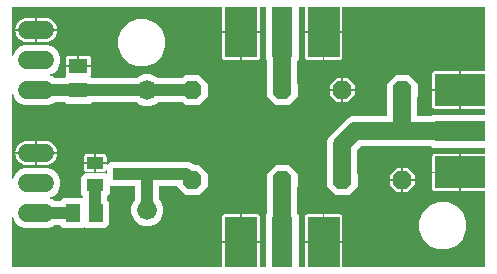
<source format=gbr>
G04 EAGLE Gerber RS-274X export*
G75*
%MOMM*%
%FSLAX34Y34*%
%LPD*%
%INBottom Copper*%
%IPPOS*%
%AMOC8*
5,1,8,0,0,1.08239X$1,22.5*%
G01*
%ADD10C,1.676400*%
%ADD11R,1.400000X1.000000*%
%ADD12R,1.300000X1.500000*%
%ADD13R,1.600000X1.300000*%
%ADD14C,1.524000*%
%ADD15R,1.778000X4.191000*%
%ADD16R,2.667000X4.191000*%
%ADD17R,4.191000X1.778000*%
%ADD18R,4.191000X2.667000*%
%ADD19P,1.731824X8X202.500000*%
%ADD20P,1.731824X8X22.500000*%
%ADD21C,1.000000*%
%ADD22C,1.500000*%

G36*
X177448Y-369D02*
X177448Y-369D01*
X177499Y-367D01*
X177531Y-349D01*
X177567Y-341D01*
X177606Y-308D01*
X177651Y-284D01*
X177672Y-254D01*
X177700Y-231D01*
X177721Y-184D01*
X177751Y-142D01*
X177759Y-100D01*
X177771Y-72D01*
X177770Y-42D01*
X177778Y0D01*
X177778Y20393D01*
X193273Y20393D01*
X193323Y20404D01*
X193374Y20406D01*
X193406Y20424D01*
X193442Y20432D01*
X193481Y20465D01*
X193526Y20489D01*
X193547Y20519D01*
X193575Y20542D01*
X193596Y20589D01*
X193626Y20631D01*
X193634Y20673D01*
X193646Y20701D01*
X193645Y20731D01*
X193653Y20773D01*
X193653Y21155D01*
X193655Y21155D01*
X193655Y20773D01*
X193666Y20723D01*
X193668Y20672D01*
X193686Y20640D01*
X193694Y20604D01*
X193727Y20565D01*
X193751Y20520D01*
X193781Y20499D01*
X193805Y20471D01*
X193851Y20450D01*
X193893Y20420D01*
X193935Y20412D01*
X193963Y20400D01*
X193993Y20401D01*
X194035Y20393D01*
X209530Y20393D01*
X209530Y0D01*
X209541Y-50D01*
X209543Y-101D01*
X209561Y-133D01*
X209569Y-169D01*
X209602Y-208D01*
X209626Y-253D01*
X209656Y-274D01*
X209679Y-302D01*
X209726Y-323D01*
X209768Y-353D01*
X209810Y-361D01*
X209838Y-373D01*
X209868Y-372D01*
X209910Y-380D01*
X214249Y-380D01*
X214299Y-369D01*
X214350Y-367D01*
X214382Y-349D01*
X214418Y-341D01*
X214457Y-308D01*
X214502Y-284D01*
X214523Y-254D01*
X214551Y-231D01*
X214572Y-184D01*
X214602Y-142D01*
X214610Y-100D01*
X214622Y-72D01*
X214621Y-42D01*
X214629Y0D01*
X214629Y44214D01*
X215908Y45492D01*
X215948Y45557D01*
X215992Y45619D01*
X215994Y45631D01*
X215999Y45639D01*
X216003Y45676D01*
X216019Y45761D01*
X216019Y67584D01*
X216002Y67658D01*
X215989Y67733D01*
X215982Y67743D01*
X215980Y67753D01*
X215956Y67782D01*
X215908Y67853D01*
X215519Y68242D01*
X215519Y79078D01*
X223182Y86741D01*
X234018Y86741D01*
X241681Y79078D01*
X241681Y68242D01*
X241292Y67853D01*
X241252Y67789D01*
X241208Y67727D01*
X241206Y67714D01*
X241201Y67706D01*
X241197Y67669D01*
X241181Y67584D01*
X241181Y45761D01*
X241198Y45687D01*
X241211Y45612D01*
X241218Y45602D01*
X241220Y45592D01*
X241244Y45563D01*
X241292Y45492D01*
X242571Y44214D01*
X242571Y0D01*
X242582Y-50D01*
X242584Y-101D01*
X242602Y-133D01*
X242610Y-169D01*
X242643Y-208D01*
X242667Y-253D01*
X242697Y-274D01*
X242720Y-302D01*
X242767Y-323D01*
X242809Y-353D01*
X242851Y-361D01*
X242879Y-373D01*
X242909Y-372D01*
X242951Y-380D01*
X247290Y-380D01*
X247340Y-369D01*
X247391Y-367D01*
X247423Y-349D01*
X247459Y-341D01*
X247498Y-308D01*
X247543Y-284D01*
X247564Y-254D01*
X247592Y-231D01*
X247613Y-184D01*
X247643Y-142D01*
X247651Y-100D01*
X247663Y-72D01*
X247662Y-42D01*
X247670Y0D01*
X247670Y20393D01*
X263165Y20393D01*
X263215Y20404D01*
X263266Y20406D01*
X263298Y20424D01*
X263334Y20432D01*
X263373Y20465D01*
X263418Y20489D01*
X263439Y20519D01*
X263467Y20542D01*
X263488Y20589D01*
X263518Y20631D01*
X263526Y20673D01*
X263538Y20701D01*
X263537Y20731D01*
X263545Y20773D01*
X263545Y21155D01*
X263547Y21155D01*
X263547Y20773D01*
X263558Y20723D01*
X263560Y20672D01*
X263578Y20640D01*
X263586Y20604D01*
X263619Y20565D01*
X263643Y20520D01*
X263673Y20499D01*
X263697Y20471D01*
X263743Y20450D01*
X263785Y20420D01*
X263827Y20412D01*
X263855Y20400D01*
X263885Y20401D01*
X263927Y20393D01*
X279422Y20393D01*
X279422Y0D01*
X279433Y-50D01*
X279435Y-101D01*
X279453Y-133D01*
X279461Y-169D01*
X279494Y-208D01*
X279518Y-253D01*
X279548Y-274D01*
X279571Y-302D01*
X279618Y-323D01*
X279660Y-353D01*
X279702Y-361D01*
X279730Y-373D01*
X279760Y-372D01*
X279802Y-380D01*
X400000Y-380D01*
X400050Y-369D01*
X400101Y-367D01*
X400133Y-349D01*
X400169Y-341D01*
X400208Y-308D01*
X400253Y-284D01*
X400274Y-254D01*
X400302Y-231D01*
X400323Y-184D01*
X400353Y-142D01*
X400361Y-100D01*
X400373Y-72D01*
X400372Y-42D01*
X400380Y0D01*
X400380Y63798D01*
X400369Y63848D01*
X400367Y63899D01*
X400349Y63931D01*
X400341Y63967D01*
X400308Y64006D01*
X400284Y64051D01*
X400254Y64072D01*
X400231Y64100D01*
X400184Y64121D01*
X400142Y64151D01*
X400100Y64159D01*
X400072Y64171D01*
X400042Y64170D01*
X400000Y64178D01*
X379607Y64178D01*
X379607Y79673D01*
X379596Y79723D01*
X379594Y79774D01*
X379576Y79806D01*
X379568Y79842D01*
X379535Y79881D01*
X379511Y79926D01*
X379481Y79947D01*
X379457Y79975D01*
X379411Y79996D01*
X379369Y80026D01*
X379327Y80034D01*
X379299Y80046D01*
X379269Y80045D01*
X379227Y80053D01*
X378845Y80053D01*
X378845Y80055D01*
X379227Y80055D01*
X379277Y80066D01*
X379328Y80068D01*
X379360Y80086D01*
X379396Y80094D01*
X379435Y80127D01*
X379480Y80151D01*
X379501Y80181D01*
X379529Y80205D01*
X379550Y80251D01*
X379580Y80293D01*
X379588Y80335D01*
X379600Y80363D01*
X379599Y80393D01*
X379607Y80435D01*
X379607Y95930D01*
X400000Y95930D01*
X400050Y95941D01*
X400101Y95943D01*
X400133Y95961D01*
X400169Y95969D01*
X400208Y96002D01*
X400253Y96026D01*
X400274Y96056D01*
X400302Y96079D01*
X400323Y96126D01*
X400353Y96168D01*
X400361Y96210D01*
X400373Y96238D01*
X400372Y96268D01*
X400380Y96310D01*
X400380Y100649D01*
X400369Y100699D01*
X400367Y100750D01*
X400349Y100782D01*
X400341Y100818D01*
X400308Y100857D01*
X400284Y100902D01*
X400254Y100923D01*
X400231Y100951D01*
X400184Y100972D01*
X400142Y101002D01*
X400100Y101010D01*
X400072Y101022D01*
X400042Y101021D01*
X400000Y101029D01*
X355786Y101029D01*
X354508Y102308D01*
X354443Y102348D01*
X354381Y102392D01*
X354369Y102394D01*
X354361Y102399D01*
X354324Y102403D01*
X354239Y102419D01*
X295629Y102419D01*
X295555Y102402D01*
X295480Y102389D01*
X295470Y102382D01*
X295460Y102380D01*
X295431Y102356D01*
X295360Y102308D01*
X292092Y99040D01*
X292052Y98976D01*
X292008Y98914D01*
X292006Y98902D01*
X292001Y98893D01*
X291997Y98856D01*
X291981Y98771D01*
X291981Y79736D01*
X291998Y79662D01*
X292011Y79587D01*
X292018Y79577D01*
X292020Y79567D01*
X292044Y79538D01*
X292092Y79467D01*
X292481Y79078D01*
X292481Y68242D01*
X284818Y60579D01*
X273982Y60579D01*
X266319Y68242D01*
X266319Y79078D01*
X266708Y79467D01*
X266748Y79531D01*
X266792Y79593D01*
X266794Y79606D01*
X266799Y79614D01*
X266803Y79651D01*
X266819Y79736D01*
X266819Y106642D01*
X268735Y111266D01*
X283134Y125665D01*
X287758Y127581D01*
X317239Y127581D01*
X317289Y127592D01*
X317340Y127594D01*
X317372Y127612D01*
X317408Y127620D01*
X317447Y127653D01*
X317492Y127677D01*
X317513Y127707D01*
X317541Y127730D01*
X317562Y127777D01*
X317592Y127819D01*
X317600Y127861D01*
X317612Y127889D01*
X317611Y127919D01*
X317619Y127961D01*
X317619Y143784D01*
X317602Y143858D01*
X317589Y143933D01*
X317582Y143943D01*
X317580Y143953D01*
X317556Y143982D01*
X317508Y144053D01*
X317119Y144442D01*
X317119Y155278D01*
X324782Y162941D01*
X335618Y162941D01*
X343281Y155278D01*
X343281Y144442D01*
X342892Y144053D01*
X342852Y143989D01*
X342808Y143927D01*
X342806Y143915D01*
X342801Y143906D01*
X342797Y143869D01*
X342781Y143784D01*
X342781Y127961D01*
X342792Y127911D01*
X342794Y127860D01*
X342812Y127828D01*
X342820Y127792D01*
X342853Y127753D01*
X342877Y127708D01*
X342907Y127687D01*
X342930Y127659D01*
X342977Y127638D01*
X343019Y127608D01*
X343061Y127600D01*
X343089Y127588D01*
X343119Y127589D01*
X343161Y127581D01*
X354239Y127581D01*
X354313Y127598D01*
X354388Y127611D01*
X354398Y127618D01*
X354408Y127620D01*
X354437Y127644D01*
X354508Y127692D01*
X355786Y128971D01*
X400000Y128971D01*
X400050Y128982D01*
X400101Y128984D01*
X400133Y129002D01*
X400169Y129010D01*
X400208Y129043D01*
X400253Y129067D01*
X400274Y129097D01*
X400302Y129120D01*
X400323Y129167D01*
X400353Y129209D01*
X400361Y129251D01*
X400373Y129279D01*
X400372Y129309D01*
X400380Y129351D01*
X400380Y133690D01*
X400369Y133740D01*
X400367Y133791D01*
X400349Y133823D01*
X400341Y133859D01*
X400308Y133898D01*
X400284Y133943D01*
X400254Y133964D01*
X400231Y133992D01*
X400184Y134013D01*
X400142Y134043D01*
X400100Y134051D01*
X400072Y134063D01*
X400042Y134062D01*
X400000Y134070D01*
X379607Y134070D01*
X379607Y149565D01*
X379596Y149615D01*
X379594Y149666D01*
X379576Y149698D01*
X379568Y149734D01*
X379535Y149773D01*
X379511Y149818D01*
X379481Y149839D01*
X379457Y149867D01*
X379411Y149888D01*
X379369Y149918D01*
X379327Y149926D01*
X379299Y149938D01*
X379269Y149937D01*
X379227Y149945D01*
X378845Y149945D01*
X378845Y149947D01*
X379227Y149947D01*
X379277Y149958D01*
X379328Y149960D01*
X379360Y149978D01*
X379396Y149986D01*
X379435Y150019D01*
X379480Y150043D01*
X379501Y150073D01*
X379529Y150097D01*
X379550Y150143D01*
X379580Y150185D01*
X379588Y150227D01*
X379600Y150255D01*
X379599Y150285D01*
X379607Y150327D01*
X379607Y165822D01*
X400000Y165822D01*
X400050Y165833D01*
X400101Y165835D01*
X400133Y165853D01*
X400169Y165861D01*
X400208Y165894D01*
X400253Y165918D01*
X400274Y165948D01*
X400302Y165971D01*
X400323Y166018D01*
X400353Y166060D01*
X400361Y166102D01*
X400373Y166130D01*
X400372Y166160D01*
X400380Y166202D01*
X400380Y220000D01*
X400369Y220050D01*
X400367Y220101D01*
X400349Y220133D01*
X400341Y220169D01*
X400308Y220208D01*
X400284Y220253D01*
X400254Y220274D01*
X400231Y220302D01*
X400184Y220323D01*
X400142Y220353D01*
X400100Y220361D01*
X400072Y220373D01*
X400042Y220372D01*
X400000Y220380D01*
X279802Y220380D01*
X279752Y220369D01*
X279701Y220367D01*
X279669Y220349D01*
X279633Y220341D01*
X279594Y220308D01*
X279549Y220284D01*
X279528Y220254D01*
X279500Y220231D01*
X279479Y220184D01*
X279449Y220142D01*
X279441Y220100D01*
X279429Y220072D01*
X279430Y220042D01*
X279422Y220000D01*
X279422Y199607D01*
X263927Y199607D01*
X263877Y199596D01*
X263826Y199594D01*
X263794Y199576D01*
X263758Y199568D01*
X263719Y199535D01*
X263674Y199511D01*
X263653Y199481D01*
X263625Y199457D01*
X263604Y199411D01*
X263574Y199369D01*
X263566Y199327D01*
X263554Y199299D01*
X263555Y199269D01*
X263547Y199227D01*
X263547Y198845D01*
X263545Y198845D01*
X263545Y199227D01*
X263534Y199277D01*
X263532Y199328D01*
X263514Y199360D01*
X263506Y199396D01*
X263473Y199435D01*
X263449Y199480D01*
X263419Y199501D01*
X263395Y199529D01*
X263349Y199550D01*
X263307Y199580D01*
X263265Y199588D01*
X263237Y199600D01*
X263207Y199599D01*
X263165Y199607D01*
X247670Y199607D01*
X247670Y220000D01*
X247659Y220050D01*
X247657Y220101D01*
X247639Y220133D01*
X247631Y220169D01*
X247598Y220208D01*
X247574Y220253D01*
X247544Y220274D01*
X247521Y220302D01*
X247474Y220323D01*
X247432Y220353D01*
X247390Y220361D01*
X247362Y220373D01*
X247332Y220372D01*
X247290Y220380D01*
X242951Y220380D01*
X242901Y220369D01*
X242850Y220367D01*
X242818Y220349D01*
X242782Y220341D01*
X242743Y220308D01*
X242698Y220284D01*
X242677Y220254D01*
X242649Y220231D01*
X242628Y220184D01*
X242598Y220142D01*
X242590Y220100D01*
X242578Y220072D01*
X242579Y220042D01*
X242571Y220000D01*
X242571Y175786D01*
X241292Y174508D01*
X241252Y174443D01*
X241208Y174381D01*
X241206Y174369D01*
X241201Y174361D01*
X241197Y174324D01*
X241181Y174239D01*
X241181Y155936D01*
X241198Y155862D01*
X241211Y155787D01*
X241218Y155777D01*
X241220Y155767D01*
X241244Y155738D01*
X241292Y155667D01*
X241681Y155278D01*
X241681Y144442D01*
X234018Y136779D01*
X223182Y136779D01*
X215519Y144442D01*
X215519Y155278D01*
X215908Y155667D01*
X215948Y155731D01*
X215992Y155793D01*
X215994Y155805D01*
X215999Y155814D01*
X216003Y155851D01*
X216019Y155936D01*
X216019Y174239D01*
X216002Y174313D01*
X215989Y174388D01*
X215982Y174398D01*
X215980Y174408D01*
X215956Y174437D01*
X215908Y174508D01*
X214629Y175786D01*
X214629Y220000D01*
X214618Y220050D01*
X214616Y220101D01*
X214598Y220133D01*
X214590Y220169D01*
X214557Y220208D01*
X214533Y220253D01*
X214503Y220274D01*
X214480Y220302D01*
X214433Y220323D01*
X214391Y220353D01*
X214349Y220361D01*
X214321Y220373D01*
X214291Y220372D01*
X214249Y220380D01*
X209910Y220380D01*
X209860Y220369D01*
X209809Y220367D01*
X209777Y220349D01*
X209741Y220341D01*
X209702Y220308D01*
X209657Y220284D01*
X209636Y220254D01*
X209608Y220231D01*
X209587Y220184D01*
X209557Y220142D01*
X209549Y220100D01*
X209537Y220072D01*
X209538Y220042D01*
X209530Y220000D01*
X209530Y199607D01*
X194035Y199607D01*
X193985Y199596D01*
X193934Y199594D01*
X193902Y199576D01*
X193866Y199568D01*
X193827Y199535D01*
X193782Y199511D01*
X193761Y199481D01*
X193733Y199457D01*
X193712Y199411D01*
X193682Y199369D01*
X193674Y199327D01*
X193662Y199299D01*
X193663Y199269D01*
X193655Y199227D01*
X193655Y198845D01*
X193653Y198845D01*
X193653Y199227D01*
X193642Y199277D01*
X193640Y199328D01*
X193622Y199360D01*
X193614Y199396D01*
X193581Y199435D01*
X193557Y199480D01*
X193527Y199501D01*
X193503Y199529D01*
X193457Y199550D01*
X193415Y199580D01*
X193373Y199588D01*
X193345Y199600D01*
X193315Y199599D01*
X193273Y199607D01*
X177778Y199607D01*
X177778Y220000D01*
X177767Y220050D01*
X177765Y220101D01*
X177747Y220133D01*
X177739Y220169D01*
X177706Y220208D01*
X177682Y220253D01*
X177652Y220274D01*
X177629Y220302D01*
X177582Y220323D01*
X177540Y220353D01*
X177498Y220361D01*
X177470Y220373D01*
X177440Y220372D01*
X177398Y220380D01*
X0Y220380D01*
X-50Y220369D01*
X-101Y220367D01*
X-133Y220349D01*
X-169Y220341D01*
X-208Y220308D01*
X-253Y220284D01*
X-274Y220254D01*
X-302Y220231D01*
X-323Y220184D01*
X-353Y220142D01*
X-361Y220100D01*
X-373Y220072D01*
X-372Y220042D01*
X-380Y220000D01*
X-380Y178782D01*
X-377Y178769D01*
X-379Y178756D01*
X-358Y178685D01*
X-341Y178613D01*
X-333Y178603D01*
X-329Y178591D01*
X-278Y178537D01*
X-231Y178479D01*
X-219Y178474D01*
X-210Y178465D01*
X-140Y178439D01*
X-72Y178408D01*
X-59Y178409D01*
X-47Y178404D01*
X26Y178412D01*
X101Y178415D01*
X112Y178421D01*
X125Y178423D01*
X188Y178462D01*
X253Y178498D01*
X260Y178508D01*
X271Y178515D01*
X351Y178636D01*
X1933Y182454D01*
X5506Y186027D01*
X10174Y187961D01*
X30466Y187961D01*
X35134Y186027D01*
X38707Y182454D01*
X40641Y177786D01*
X40641Y172734D01*
X38707Y168066D01*
X35134Y164493D01*
X31316Y162911D01*
X31295Y162896D01*
X31271Y162889D01*
X31226Y162846D01*
X31175Y162810D01*
X31163Y162787D01*
X31145Y162770D01*
X31123Y162712D01*
X31094Y162657D01*
X31093Y162631D01*
X31084Y162607D01*
X31091Y162546D01*
X31089Y162484D01*
X31100Y162461D01*
X31103Y162435D01*
X31136Y162383D01*
X31161Y162327D01*
X31182Y162310D01*
X31195Y162289D01*
X31267Y162241D01*
X31296Y162218D01*
X31306Y162215D01*
X31316Y162209D01*
X35134Y160627D01*
X35549Y160212D01*
X35614Y160172D01*
X35676Y160128D01*
X35688Y160126D01*
X35697Y160121D01*
X35734Y160117D01*
X35818Y160101D01*
X44118Y160101D01*
X44192Y160118D01*
X44267Y160131D01*
X44277Y160138D01*
X44287Y160140D01*
X44316Y160164D01*
X44387Y160212D01*
X45746Y161571D01*
X45747Y161572D01*
X45748Y161573D01*
X45792Y161646D01*
X45837Y161718D01*
X45837Y161720D01*
X45838Y161721D01*
X45846Y161807D01*
X45854Y161891D01*
X45853Y161892D01*
X45854Y161893D01*
X45806Y162030D01*
X45512Y162539D01*
X45339Y163185D01*
X45339Y169259D01*
X55499Y169259D01*
X55549Y169270D01*
X55600Y169272D01*
X55632Y169290D01*
X55668Y169298D01*
X55707Y169331D01*
X55752Y169355D01*
X55773Y169385D01*
X55801Y169408D01*
X55822Y169455D01*
X55852Y169497D01*
X55860Y169539D01*
X55872Y169567D01*
X55871Y169597D01*
X55879Y169639D01*
X55879Y170021D01*
X55881Y170021D01*
X55881Y169639D01*
X55892Y169589D01*
X55894Y169538D01*
X55912Y169506D01*
X55920Y169470D01*
X55953Y169431D01*
X55977Y169386D01*
X56007Y169365D01*
X56031Y169337D01*
X56077Y169316D01*
X56119Y169286D01*
X56161Y169278D01*
X56189Y169266D01*
X56219Y169267D01*
X56261Y169259D01*
X66421Y169259D01*
X66421Y163185D01*
X66248Y162539D01*
X65954Y162030D01*
X65953Y162029D01*
X65952Y162028D01*
X65928Y161945D01*
X65903Y161864D01*
X65904Y161863D01*
X65903Y161862D01*
X65918Y161776D01*
X65932Y161693D01*
X65933Y161692D01*
X65933Y161691D01*
X66014Y161571D01*
X67373Y160212D01*
X67438Y160172D01*
X67500Y160128D01*
X67512Y160126D01*
X67520Y160121D01*
X67557Y160117D01*
X67642Y160101D01*
X105344Y160101D01*
X105418Y160118D01*
X105493Y160131D01*
X105503Y160138D01*
X105513Y160140D01*
X105542Y160164D01*
X105613Y160212D01*
X106674Y161273D01*
X111622Y163323D01*
X116978Y163323D01*
X121926Y161273D01*
X123147Y160052D01*
X123212Y160012D01*
X123274Y159968D01*
X123286Y159966D01*
X123294Y159961D01*
X123331Y159957D01*
X123416Y159941D01*
X143824Y159941D01*
X143898Y159958D01*
X143973Y159971D01*
X143983Y159978D01*
X143993Y159980D01*
X144022Y160004D01*
X144093Y160052D01*
X146982Y162941D01*
X157818Y162941D01*
X165481Y155278D01*
X165481Y144442D01*
X157818Y136779D01*
X146982Y136779D01*
X144093Y139668D01*
X144029Y139708D01*
X143967Y139752D01*
X143955Y139754D01*
X143946Y139759D01*
X143909Y139763D01*
X143824Y139779D01*
X123416Y139779D01*
X123342Y139762D01*
X123267Y139749D01*
X123257Y139742D01*
X123247Y139740D01*
X123218Y139716D01*
X123147Y139668D01*
X121926Y138447D01*
X116978Y136397D01*
X111622Y136397D01*
X106674Y138447D01*
X105293Y139828D01*
X105228Y139868D01*
X105166Y139912D01*
X105154Y139914D01*
X105146Y139919D01*
X105109Y139923D01*
X105024Y139939D01*
X67642Y139939D01*
X67568Y139922D01*
X67493Y139909D01*
X67483Y139902D01*
X67473Y139900D01*
X67444Y139876D01*
X67373Y139828D01*
X65985Y138439D01*
X45775Y138439D01*
X44387Y139828D01*
X44322Y139868D01*
X44260Y139912D01*
X44248Y139914D01*
X44240Y139919D01*
X44203Y139923D01*
X44118Y139939D01*
X36138Y139939D01*
X36064Y139922D01*
X35990Y139909D01*
X35979Y139902D01*
X35970Y139900D01*
X35941Y139876D01*
X35869Y139828D01*
X35134Y139093D01*
X30466Y137159D01*
X10174Y137159D01*
X5506Y139093D01*
X1933Y142666D01*
X351Y146484D01*
X344Y146494D01*
X341Y146507D01*
X294Y146564D01*
X250Y146625D01*
X239Y146631D01*
X231Y146641D01*
X163Y146671D01*
X97Y146706D01*
X84Y146706D01*
X72Y146712D01*
X-2Y146709D01*
X-76Y146711D01*
X-88Y146705D01*
X-101Y146705D01*
X-166Y146670D01*
X-233Y146639D01*
X-242Y146628D01*
X-253Y146622D01*
X-296Y146562D01*
X-342Y146504D01*
X-345Y146491D01*
X-353Y146481D01*
X-380Y146338D01*
X-380Y74642D01*
X-377Y74629D01*
X-379Y74616D01*
X-358Y74545D01*
X-341Y74473D01*
X-333Y74463D01*
X-329Y74451D01*
X-278Y74397D01*
X-231Y74339D01*
X-219Y74334D01*
X-210Y74325D01*
X-140Y74299D01*
X-72Y74268D01*
X-59Y74269D01*
X-47Y74264D01*
X26Y74272D01*
X101Y74275D01*
X112Y74281D01*
X125Y74283D01*
X188Y74322D01*
X253Y74358D01*
X260Y74368D01*
X271Y74375D01*
X351Y74496D01*
X1933Y78314D01*
X5506Y81887D01*
X10174Y83821D01*
X30466Y83821D01*
X35134Y81887D01*
X38707Y78314D01*
X40641Y73646D01*
X40641Y68594D01*
X38707Y63926D01*
X35134Y60353D01*
X31316Y58771D01*
X31295Y58756D01*
X31271Y58749D01*
X31226Y58706D01*
X31175Y58670D01*
X31163Y58647D01*
X31145Y58630D01*
X31123Y58572D01*
X31094Y58517D01*
X31093Y58491D01*
X31084Y58467D01*
X31091Y58406D01*
X31089Y58344D01*
X31100Y58321D01*
X31103Y58295D01*
X31136Y58243D01*
X31161Y58187D01*
X31182Y58170D01*
X31195Y58149D01*
X31267Y58101D01*
X31296Y58078D01*
X31306Y58075D01*
X31316Y58069D01*
X35134Y56487D01*
X35709Y55912D01*
X35774Y55872D01*
X35836Y55828D01*
X35848Y55826D01*
X35857Y55821D01*
X35894Y55817D01*
X35978Y55801D01*
X40198Y55801D01*
X40272Y55818D01*
X40347Y55831D01*
X40357Y55838D01*
X40367Y55840D01*
X40396Y55864D01*
X40467Y55912D01*
X42855Y58301D01*
X59819Y58301D01*
X59869Y58312D01*
X59920Y58314D01*
X59952Y58332D01*
X59988Y58340D01*
X60027Y58373D01*
X60072Y58397D01*
X60093Y58427D01*
X60121Y58450D01*
X60142Y58497D01*
X60172Y58539D01*
X60180Y58581D01*
X60192Y58609D01*
X60191Y58639D01*
X60199Y58681D01*
X60199Y59978D01*
X60182Y60052D01*
X60169Y60127D01*
X60162Y60137D01*
X60160Y60147D01*
X60136Y60176D01*
X60088Y60247D01*
X58199Y62135D01*
X58199Y76345D01*
X61175Y79321D01*
X79384Y79321D01*
X79550Y79155D01*
X79572Y79141D01*
X79588Y79122D01*
X79645Y79096D01*
X79697Y79064D01*
X79723Y79061D01*
X79747Y79051D01*
X79808Y79053D01*
X79870Y79047D01*
X79894Y79056D01*
X79920Y79057D01*
X79974Y79087D01*
X80032Y79109D01*
X80049Y79128D01*
X80072Y79140D01*
X80107Y79191D01*
X80149Y79236D01*
X80157Y79261D01*
X80172Y79282D01*
X80188Y79366D01*
X80199Y79402D01*
X80197Y79412D01*
X80199Y79424D01*
X80199Y81796D01*
X80186Y81854D01*
X80185Y81855D01*
X80182Y81869D01*
X80170Y81942D01*
X80163Y81952D01*
X80160Y81965D01*
X80112Y82022D01*
X80068Y82083D01*
X80057Y82089D01*
X80050Y82098D01*
X79981Y82129D01*
X79915Y82164D01*
X79903Y82164D01*
X79891Y82169D01*
X79817Y82166D01*
X79742Y82168D01*
X79731Y82163D01*
X79718Y82162D01*
X79653Y82127D01*
X79585Y82095D01*
X79576Y82085D01*
X79566Y82080D01*
X79544Y82049D01*
X79490Y81986D01*
X79313Y81680D01*
X78840Y81207D01*
X78261Y80872D01*
X77615Y80699D01*
X71041Y80699D01*
X71041Y87479D01*
X79821Y87479D01*
X79821Y86384D01*
X79827Y86359D01*
X79824Y86333D01*
X79846Y86275D01*
X79860Y86215D01*
X79877Y86195D01*
X79886Y86171D01*
X79931Y86129D01*
X79970Y86082D01*
X79994Y86071D01*
X80013Y86053D01*
X80072Y86036D01*
X80128Y86011D01*
X80154Y86012D01*
X80179Y86004D01*
X80240Y86015D01*
X80302Y86017D01*
X80324Y86030D01*
X80350Y86034D01*
X80421Y86082D01*
X80454Y86100D01*
X80460Y86108D01*
X80470Y86115D01*
X83175Y88821D01*
X149325Y88821D01*
X153030Y87286D01*
X153464Y86852D01*
X153529Y86812D01*
X153591Y86768D01*
X153603Y86766D01*
X153611Y86761D01*
X153648Y86757D01*
X153733Y86741D01*
X157818Y86741D01*
X165481Y79078D01*
X165481Y68242D01*
X157818Y60579D01*
X146982Y60579D01*
X139319Y68242D01*
X139319Y68279D01*
X139308Y68329D01*
X139306Y68380D01*
X139288Y68412D01*
X139280Y68448D01*
X139247Y68487D01*
X139223Y68532D01*
X139193Y68553D01*
X139170Y68581D01*
X139123Y68602D01*
X139081Y68632D01*
X139039Y68640D01*
X139011Y68652D01*
X138981Y68651D01*
X138939Y68659D01*
X124761Y68659D01*
X124711Y68648D01*
X124660Y68646D01*
X124628Y68628D01*
X124592Y68620D01*
X124553Y68587D01*
X124508Y68563D01*
X124487Y68533D01*
X124459Y68510D01*
X124438Y68463D01*
X124408Y68421D01*
X124400Y68379D01*
X124388Y68351D01*
X124389Y68321D01*
X124381Y68279D01*
X124381Y57376D01*
X124394Y57318D01*
X124394Y57317D01*
X124395Y57316D01*
X124398Y57302D01*
X124411Y57227D01*
X124418Y57217D01*
X124420Y57207D01*
X124444Y57178D01*
X124492Y57107D01*
X125713Y55886D01*
X127763Y50938D01*
X127763Y45582D01*
X125713Y40634D01*
X121926Y36847D01*
X116978Y34797D01*
X111622Y34797D01*
X106674Y36847D01*
X102887Y40634D01*
X100837Y45582D01*
X100837Y50938D01*
X102887Y55886D01*
X104108Y57107D01*
X104148Y57172D01*
X104192Y57234D01*
X104194Y57246D01*
X104199Y57254D01*
X104203Y57291D01*
X104219Y57376D01*
X104219Y68279D01*
X104208Y68329D01*
X104206Y68380D01*
X104188Y68412D01*
X104180Y68448D01*
X104147Y68487D01*
X104123Y68532D01*
X104093Y68553D01*
X104070Y68581D01*
X104023Y68602D01*
X103981Y68632D01*
X103939Y68640D01*
X103911Y68652D01*
X103881Y68651D01*
X103839Y68659D01*
X83176Y68659D01*
X83010Y68825D01*
X82988Y68839D01*
X82972Y68858D01*
X82915Y68884D01*
X82863Y68916D01*
X82837Y68919D01*
X82813Y68929D01*
X82752Y68927D01*
X82690Y68933D01*
X82666Y68924D01*
X82640Y68923D01*
X82586Y68893D01*
X82528Y68871D01*
X82511Y68852D01*
X82488Y68840D01*
X82453Y68789D01*
X82411Y68744D01*
X82403Y68719D01*
X82388Y68698D01*
X82372Y68614D01*
X82361Y68578D01*
X82363Y68568D01*
X82361Y68556D01*
X82361Y62135D01*
X80472Y60247D01*
X80432Y60182D01*
X80388Y60120D01*
X80386Y60108D01*
X80381Y60100D01*
X80377Y60063D01*
X80361Y59978D01*
X80361Y57162D01*
X80378Y57088D01*
X80391Y57013D01*
X80398Y57003D01*
X80400Y56993D01*
X80424Y56964D01*
X80472Y56893D01*
X82041Y55325D01*
X82041Y36115D01*
X79065Y33139D01*
X61855Y33139D01*
X61229Y33766D01*
X61186Y33793D01*
X61148Y33827D01*
X61113Y33838D01*
X61082Y33857D01*
X61031Y33862D01*
X60982Y33877D01*
X60946Y33870D01*
X60909Y33874D01*
X60862Y33856D01*
X60811Y33847D01*
X60776Y33823D01*
X60747Y33812D01*
X60726Y33790D01*
X60691Y33766D01*
X60065Y33139D01*
X42855Y33139D01*
X40467Y35528D01*
X40402Y35568D01*
X40340Y35612D01*
X40328Y35614D01*
X40320Y35619D01*
X40283Y35623D01*
X40198Y35639D01*
X35978Y35639D01*
X35904Y35622D01*
X35830Y35609D01*
X35819Y35602D01*
X35810Y35600D01*
X35781Y35576D01*
X35709Y35528D01*
X35134Y34953D01*
X30466Y33019D01*
X10174Y33019D01*
X5506Y34953D01*
X1933Y38526D01*
X351Y42344D01*
X344Y42354D01*
X341Y42367D01*
X294Y42424D01*
X250Y42485D01*
X239Y42491D01*
X231Y42501D01*
X163Y42531D01*
X97Y42566D01*
X84Y42566D01*
X72Y42572D01*
X-2Y42569D01*
X-76Y42571D01*
X-88Y42565D01*
X-101Y42565D01*
X-166Y42530D01*
X-233Y42499D01*
X-242Y42488D01*
X-253Y42482D01*
X-296Y42422D01*
X-342Y42364D01*
X-345Y42351D01*
X-353Y42341D01*
X-380Y42198D01*
X-380Y0D01*
X-369Y-50D01*
X-367Y-101D01*
X-349Y-133D01*
X-341Y-169D01*
X-308Y-208D01*
X-284Y-253D01*
X-254Y-274D01*
X-231Y-302D01*
X-184Y-323D01*
X-142Y-353D01*
X-100Y-361D01*
X-72Y-373D01*
X-42Y-372D01*
X0Y-380D01*
X177398Y-380D01*
X177448Y-369D01*
G37*
%LPC*%
G36*
X105542Y169999D02*
X105542Y169999D01*
X98190Y173044D01*
X92564Y178670D01*
X89519Y186022D01*
X89519Y193978D01*
X92564Y201330D01*
X98190Y206956D01*
X105542Y210001D01*
X113498Y210001D01*
X120850Y206956D01*
X126476Y201330D01*
X129521Y193978D01*
X129521Y186022D01*
X126476Y178670D01*
X120850Y173044D01*
X113498Y169999D01*
X105542Y169999D01*
G37*
%LPD*%
%LPC*%
G36*
X360542Y14999D02*
X360542Y14999D01*
X353190Y18044D01*
X347564Y23670D01*
X344519Y31022D01*
X344519Y38978D01*
X347564Y46330D01*
X353190Y51956D01*
X360542Y55001D01*
X368498Y55001D01*
X375850Y51956D01*
X381476Y46330D01*
X384521Y38978D01*
X384521Y31022D01*
X381476Y23670D01*
X375850Y18044D01*
X368498Y14999D01*
X360542Y14999D01*
G37*
%LPD*%
%LPC*%
G36*
X194415Y21915D02*
X194415Y21915D01*
X194415Y44650D01*
X207324Y44650D01*
X207970Y44477D01*
X208549Y44142D01*
X209022Y43669D01*
X209357Y43090D01*
X209530Y42444D01*
X209530Y21915D01*
X194415Y21915D01*
G37*
%LPD*%
%LPC*%
G36*
X264307Y21915D02*
X264307Y21915D01*
X264307Y44650D01*
X277216Y44650D01*
X277862Y44477D01*
X278441Y44142D01*
X278914Y43669D01*
X279249Y43090D01*
X279422Y42444D01*
X279422Y21915D01*
X264307Y21915D01*
G37*
%LPD*%
%LPC*%
G36*
X194415Y175350D02*
X194415Y175350D01*
X194415Y198085D01*
X209530Y198085D01*
X209530Y177556D01*
X209357Y176910D01*
X209022Y176331D01*
X208549Y175858D01*
X207970Y175523D01*
X207324Y175350D01*
X194415Y175350D01*
G37*
%LPD*%
%LPC*%
G36*
X355350Y80815D02*
X355350Y80815D01*
X355350Y93724D01*
X355523Y94370D01*
X355858Y94949D01*
X356331Y95422D01*
X356910Y95757D01*
X357556Y95930D01*
X378085Y95930D01*
X378085Y80815D01*
X355350Y80815D01*
G37*
%LPD*%
%LPC*%
G36*
X355350Y150707D02*
X355350Y150707D01*
X355350Y163616D01*
X355523Y164262D01*
X355858Y164841D01*
X356331Y165314D01*
X356910Y165649D01*
X357556Y165822D01*
X378085Y165822D01*
X378085Y150707D01*
X355350Y150707D01*
G37*
%LPD*%
%LPC*%
G36*
X264307Y175350D02*
X264307Y175350D01*
X264307Y198085D01*
X279422Y198085D01*
X279422Y177556D01*
X279249Y176910D01*
X278914Y176331D01*
X278441Y175858D01*
X277862Y175523D01*
X277216Y175350D01*
X264307Y175350D01*
G37*
%LPD*%
%LPC*%
G36*
X247670Y21915D02*
X247670Y21915D01*
X247670Y42444D01*
X247843Y43090D01*
X248178Y43669D01*
X248651Y44142D01*
X249230Y44477D01*
X249876Y44650D01*
X262785Y44650D01*
X262785Y21915D01*
X247670Y21915D01*
G37*
%LPD*%
%LPC*%
G36*
X177778Y21915D02*
X177778Y21915D01*
X177778Y42444D01*
X177951Y43090D01*
X178286Y43669D01*
X178759Y44142D01*
X179338Y44477D01*
X179984Y44650D01*
X192893Y44650D01*
X192893Y21915D01*
X177778Y21915D01*
G37*
%LPD*%
%LPC*%
G36*
X357556Y64178D02*
X357556Y64178D01*
X356910Y64351D01*
X356331Y64686D01*
X355858Y65159D01*
X355523Y65738D01*
X355484Y65884D01*
X355350Y66384D01*
X355350Y79293D01*
X378085Y79293D01*
X378085Y64178D01*
X357556Y64178D01*
G37*
%LPD*%
%LPC*%
G36*
X249876Y175350D02*
X249876Y175350D01*
X249230Y175523D01*
X248651Y175858D01*
X248178Y176331D01*
X247843Y176910D01*
X247670Y177556D01*
X247670Y198085D01*
X262785Y198085D01*
X262785Y175350D01*
X249876Y175350D01*
G37*
%LPD*%
%LPC*%
G36*
X179984Y175350D02*
X179984Y175350D01*
X179338Y175523D01*
X178759Y175858D01*
X178286Y176331D01*
X177951Y176910D01*
X177778Y177556D01*
X177778Y198085D01*
X192893Y198085D01*
X192893Y175350D01*
X179984Y175350D01*
G37*
%LPD*%
%LPC*%
G36*
X357556Y134070D02*
X357556Y134070D01*
X356910Y134243D01*
X356331Y134578D01*
X355858Y135051D01*
X355523Y135630D01*
X355350Y136276D01*
X355350Y149185D01*
X378085Y149185D01*
X378085Y134070D01*
X357556Y134070D01*
G37*
%LPD*%
%LPC*%
G36*
X21081Y201421D02*
X21081Y201421D01*
X21081Y210821D01*
X28740Y210821D01*
X30319Y210571D01*
X31840Y210076D01*
X33265Y209350D01*
X34559Y208410D01*
X35690Y207279D01*
X36630Y205985D01*
X37356Y204560D01*
X37851Y203039D01*
X38101Y201460D01*
X38101Y201421D01*
X21081Y201421D01*
G37*
%LPD*%
%LPC*%
G36*
X21081Y97281D02*
X21081Y97281D01*
X21081Y106681D01*
X28740Y106681D01*
X30319Y106431D01*
X31840Y105936D01*
X33265Y105210D01*
X34559Y104270D01*
X35690Y103139D01*
X36630Y101845D01*
X37356Y100420D01*
X37851Y98899D01*
X38101Y97320D01*
X38101Y97281D01*
X21081Y97281D01*
G37*
%LPD*%
%LPC*%
G36*
X2539Y201421D02*
X2539Y201421D01*
X2539Y201460D01*
X2789Y203039D01*
X3284Y204560D01*
X4010Y205985D01*
X4950Y207279D01*
X6081Y208410D01*
X7375Y209350D01*
X8800Y210076D01*
X10321Y210571D01*
X11900Y210821D01*
X19559Y210821D01*
X19559Y201421D01*
X2539Y201421D01*
G37*
%LPD*%
%LPC*%
G36*
X2539Y97281D02*
X2539Y97281D01*
X2539Y97320D01*
X2789Y98899D01*
X3284Y100420D01*
X4010Y101845D01*
X4950Y103139D01*
X6081Y104270D01*
X7375Y105210D01*
X8800Y105936D01*
X10321Y106431D01*
X11900Y106681D01*
X19559Y106681D01*
X19559Y97281D01*
X2539Y97281D01*
G37*
%LPD*%
%LPC*%
G36*
X21081Y190499D02*
X21081Y190499D01*
X21081Y199899D01*
X38101Y199899D01*
X38101Y199860D01*
X37851Y198281D01*
X37356Y196760D01*
X36630Y195335D01*
X35690Y194041D01*
X34559Y192910D01*
X33265Y191970D01*
X31840Y191244D01*
X30319Y190749D01*
X28740Y190499D01*
X21081Y190499D01*
G37*
%LPD*%
%LPC*%
G36*
X21081Y86359D02*
X21081Y86359D01*
X21081Y95759D01*
X38101Y95759D01*
X38101Y95720D01*
X37851Y94141D01*
X37356Y92620D01*
X36630Y91195D01*
X35690Y89901D01*
X34559Y88770D01*
X33265Y87830D01*
X31840Y87104D01*
X30319Y86609D01*
X28740Y86359D01*
X21081Y86359D01*
G37*
%LPD*%
%LPC*%
G36*
X11900Y190499D02*
X11900Y190499D01*
X10321Y190749D01*
X8800Y191244D01*
X7375Y191970D01*
X6081Y192910D01*
X4950Y194041D01*
X4010Y195335D01*
X3284Y196760D01*
X2789Y198281D01*
X2539Y199860D01*
X2539Y199899D01*
X19559Y199899D01*
X19559Y190499D01*
X11900Y190499D01*
G37*
%LPD*%
%LPC*%
G36*
X11900Y86359D02*
X11900Y86359D01*
X10321Y86609D01*
X8800Y87104D01*
X7375Y87830D01*
X6081Y88770D01*
X4950Y89901D01*
X4010Y91195D01*
X3284Y92620D01*
X2789Y94141D01*
X2539Y95720D01*
X2539Y95759D01*
X19559Y95759D01*
X19559Y86359D01*
X11900Y86359D01*
G37*
%LPD*%
%LPC*%
G36*
X56641Y170781D02*
X56641Y170781D01*
X56641Y179061D01*
X64215Y179061D01*
X64861Y178888D01*
X65440Y178553D01*
X65913Y178080D01*
X66248Y177501D01*
X66421Y176855D01*
X66421Y170781D01*
X56641Y170781D01*
G37*
%LPD*%
%LPC*%
G36*
X45339Y170781D02*
X45339Y170781D01*
X45339Y176855D01*
X45512Y177501D01*
X45847Y178080D01*
X46320Y178553D01*
X46899Y178888D01*
X47545Y179061D01*
X55119Y179061D01*
X55119Y170781D01*
X45339Y170781D01*
G37*
%LPD*%
%LPC*%
G36*
X280161Y150621D02*
X280161Y150621D01*
X280161Y160401D01*
X283766Y160401D01*
X289941Y154226D01*
X289941Y150621D01*
X280161Y150621D01*
G37*
%LPD*%
%LPC*%
G36*
X330961Y74421D02*
X330961Y74421D01*
X330961Y84201D01*
X334566Y84201D01*
X340741Y78026D01*
X340741Y74421D01*
X330961Y74421D01*
G37*
%LPD*%
%LPC*%
G36*
X268859Y150621D02*
X268859Y150621D01*
X268859Y154226D01*
X275034Y160401D01*
X278639Y160401D01*
X278639Y150621D01*
X268859Y150621D01*
G37*
%LPD*%
%LPC*%
G36*
X319659Y74421D02*
X319659Y74421D01*
X319659Y78026D01*
X325834Y84201D01*
X329439Y84201D01*
X329439Y74421D01*
X319659Y74421D01*
G37*
%LPD*%
%LPC*%
G36*
X330961Y63119D02*
X330961Y63119D01*
X330961Y72899D01*
X340741Y72899D01*
X340741Y69294D01*
X334566Y63119D01*
X330961Y63119D01*
G37*
%LPD*%
%LPC*%
G36*
X280161Y139319D02*
X280161Y139319D01*
X280161Y149099D01*
X289941Y149099D01*
X289941Y145494D01*
X283766Y139319D01*
X280161Y139319D01*
G37*
%LPD*%
%LPC*%
G36*
X275034Y139319D02*
X275034Y139319D01*
X268859Y145494D01*
X268859Y149099D01*
X278639Y149099D01*
X278639Y139319D01*
X275034Y139319D01*
G37*
%LPD*%
%LPC*%
G36*
X325834Y63119D02*
X325834Y63119D01*
X319659Y69294D01*
X319659Y72899D01*
X329439Y72899D01*
X329439Y63119D01*
X325834Y63119D01*
G37*
%LPD*%
%LPC*%
G36*
X71041Y89001D02*
X71041Y89001D01*
X71041Y95781D01*
X77615Y95781D01*
X78261Y95608D01*
X78840Y95273D01*
X79313Y94800D01*
X79648Y94221D01*
X79821Y93575D01*
X79821Y89001D01*
X71041Y89001D01*
G37*
%LPD*%
%LPC*%
G36*
X60739Y89001D02*
X60739Y89001D01*
X60739Y93575D01*
X60912Y94221D01*
X61247Y94800D01*
X61720Y95273D01*
X62299Y95608D01*
X62945Y95781D01*
X69519Y95781D01*
X69519Y89001D01*
X60739Y89001D01*
G37*
%LPD*%
%LPC*%
G36*
X62945Y80699D02*
X62945Y80699D01*
X62299Y80872D01*
X61720Y81207D01*
X61247Y81680D01*
X60912Y82259D01*
X60739Y82905D01*
X60739Y87479D01*
X69519Y87479D01*
X69519Y80699D01*
X62945Y80699D01*
G37*
%LPD*%
%LPC*%
G36*
X20319Y200659D02*
X20319Y200659D01*
X20319Y200661D01*
X20321Y200661D01*
X20321Y200659D01*
X20319Y200659D01*
G37*
%LPD*%
%LPC*%
G36*
X20319Y96519D02*
X20319Y96519D01*
X20319Y96521D01*
X20321Y96521D01*
X20321Y96519D01*
X20319Y96519D01*
G37*
%LPD*%
%LPC*%
G36*
X330199Y73659D02*
X330199Y73659D01*
X330199Y73661D01*
X330201Y73661D01*
X330201Y73659D01*
X330199Y73659D01*
G37*
%LPD*%
%LPC*%
G36*
X279399Y149859D02*
X279399Y149859D01*
X279399Y149861D01*
X279401Y149861D01*
X279401Y149859D01*
X279399Y149859D01*
G37*
%LPD*%
%LPC*%
G36*
X70279Y88239D02*
X70279Y88239D01*
X70279Y88241D01*
X70281Y88241D01*
X70281Y88239D01*
X70279Y88239D01*
G37*
%LPD*%
D10*
X114300Y48260D03*
X114300Y149860D03*
D11*
X92280Y78740D03*
X70280Y88240D03*
X70280Y69240D03*
D12*
X51460Y45720D03*
X70460Y45720D03*
D13*
X55880Y150020D03*
X55880Y170020D03*
D14*
X27940Y149860D02*
X12700Y149860D01*
X12700Y175260D02*
X27940Y175260D01*
X27940Y200660D02*
X12700Y200660D01*
X12700Y45720D02*
X27940Y45720D01*
X27940Y71120D02*
X12700Y71120D01*
X12700Y96520D02*
X27940Y96520D01*
D15*
X228600Y21154D03*
D16*
X263546Y21154D03*
X193654Y21154D03*
D15*
X228600Y198846D03*
D16*
X193654Y198846D03*
X263546Y198846D03*
D17*
X378846Y115000D03*
D18*
X378846Y149946D03*
X378846Y80054D03*
D19*
X279400Y73660D03*
X330200Y73660D03*
D20*
X228600Y73660D03*
D19*
X152400Y73660D03*
X152400Y149860D03*
D20*
X228600Y149860D03*
X279400Y149860D03*
X330200Y149860D03*
D21*
X152400Y73660D02*
X147320Y78740D01*
X114300Y78740D01*
X92280Y78740D01*
X114300Y78740D02*
X114300Y48260D01*
X70280Y45900D02*
X70280Y69240D01*
X70280Y45900D02*
X70460Y45720D01*
D22*
X228600Y149860D02*
X228600Y198846D01*
X228600Y73660D02*
X228600Y21154D01*
X330200Y115000D02*
X378846Y115000D01*
X330200Y115000D02*
X290260Y115000D01*
X279400Y104140D02*
X279400Y73660D01*
X279400Y104140D02*
X290260Y115000D01*
X330200Y115000D02*
X330200Y149860D01*
D21*
X51460Y45720D02*
X20320Y45720D01*
X20320Y149860D02*
X20480Y150020D01*
X55880Y150020D01*
X114140Y150020D01*
X114300Y149860D01*
X152400Y149860D01*
M02*

</source>
